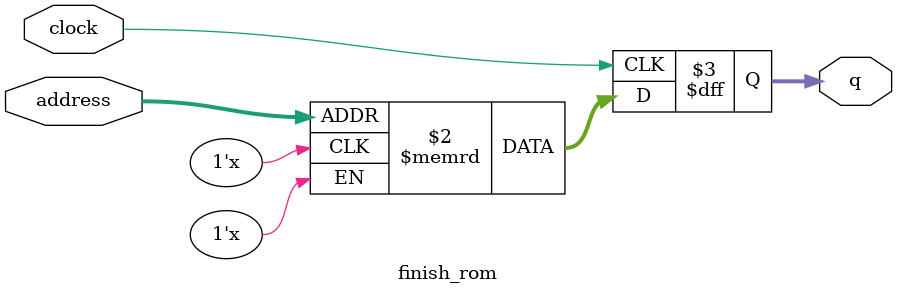
<source format=sv>
module finish_rom (
	input logic clock,
	input logic [11:0] address,
	output logic [3:0] q
);

logic [3:0] memory [0:2499] /* synthesis ram_init_file = "./finish/finish.mif" */;

always_ff @ (posedge clock) begin
	q <= memory[address];
end

endmodule

</source>
